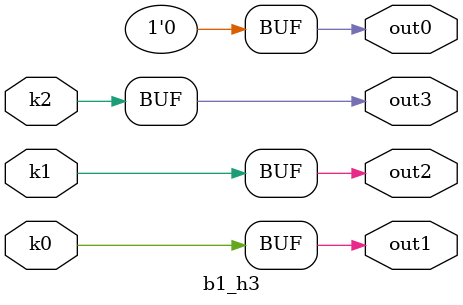
<source format=v>
module b1(pi0, pi1, pi2, po0, po1, po2, po3);
input pi0, pi1, pi2;
output po0, po1, po2, po3;
wire k0, k1, k2;
b1_w3 DUT1 (pi0, pi1, pi2, k0, k1, k2);
b1_h3 DUT2 (k0, k1, k2, po0, po1, po2, po3);
endmodule

module b1_w3(in2, in1, in0, k2, k1, k0);
input in2, in1, in0;
output k2, k1, k0;
assign k0 =   ~in1 ^ ~in0;
assign k1 =   in2 ? (~in1 & ~in0) : (in1 & in0);
assign k2 =   ~in2;
endmodule

module b1_h3(k2, k1, k0, out3, out2, out1, out0);
input k2, k1, k0;
output out3, out2, out1, out0;
assign out0 = 0;
assign out1 = k0;
assign out2 = k1;
assign out3 = k2;
endmodule

</source>
